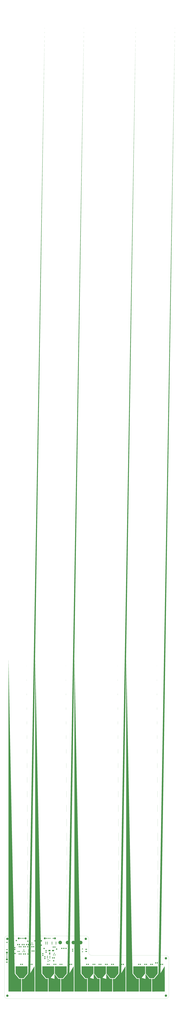
<source format=gbr>
%TF.GenerationSoftware,KiCad,Pcbnew,(6.0.7)*%
%TF.CreationDate,2023-07-12T13:06:10-04:00*%
%TF.ProjectId,Stylophone,5374796c-6f70-4686-9f6e-652e6b696361,rev?*%
%TF.SameCoordinates,Original*%
%TF.FileFunction,Soldermask,Top*%
%TF.FilePolarity,Negative*%
%FSLAX46Y46*%
G04 Gerber Fmt 4.6, Leading zero omitted, Abs format (unit mm)*
G04 Created by KiCad (PCBNEW (6.0.7)) date 2023-07-12 13:06:10*
%MOMM*%
%LPD*%
G01*
G04 APERTURE LIST*
G04 Aperture macros list*
%AMRoundRect*
0 Rectangle with rounded corners*
0 $1 Rounding radius*
0 $2 $3 $4 $5 $6 $7 $8 $9 X,Y pos of 4 corners*
0 Add a 4 corners polygon primitive as box body*
4,1,4,$2,$3,$4,$5,$6,$7,$8,$9,$2,$3,0*
0 Add four circle primitives for the rounded corners*
1,1,$1+$1,$2,$3*
1,1,$1+$1,$4,$5*
1,1,$1+$1,$6,$7*
1,1,$1+$1,$8,$9*
0 Add four rect primitives between the rounded corners*
20,1,$1+$1,$2,$3,$4,$5,0*
20,1,$1+$1,$4,$5,$6,$7,0*
20,1,$1+$1,$6,$7,$8,$9,0*
20,1,$1+$1,$8,$9,$2,$3,0*%
%AMFreePoly0*
4,1,45,2.512662,7.087767,2.516726,7.088432,2.520033,7.086467,2.530782,7.084572,2.549099,7.069202,2.569656,7.056991,7.069656,1.556992,7.084947,1.529730,7.084757,1.514405,7.090000,1.500000,7.090000,-7.000000,7.087939,-7.011690,7.088633,-7.015628,7.086634,-7.019091,7.084572,-7.030782,7.069543,-7.048693,7.057851,-7.068944,7.050220,-7.071722,7.045000,-7.077942,7.021973,-7.082003,
7.000000,-7.090000,-7.000000,-7.090000,-7.011690,-7.087939,-7.015628,-7.088633,-7.019091,-7.086634,-7.030782,-7.084572,-7.048693,-7.069543,-7.068944,-7.057851,-7.071722,-7.050220,-7.077942,-7.045000,-7.082003,-7.021973,-7.090000,-7.000000,-7.090000,1.500000,-7.084572,1.530782,-7.074719,1.542524,-7.069656,1.556991,-2.569656,7.056991,-2.559911,7.065376,-2.557851,7.068944,-2.554235,7.070260,
-2.545963,7.077378,-2.522471,7.081821,-2.500000,7.090000,2.500000,7.090000,2.512662,7.087767,2.512662,7.087767,$1*%
%AMFreePoly1*
4,1,58,7.511690,15.087939,7.515628,15.088633,7.519091,15.086634,7.530782,15.084572,7.548693,15.069543,7.568944,15.057851,7.571722,15.050220,7.577942,15.045000,7.582003,15.021973,7.590000,15.000000,7.590000,-15.000000,7.587939,-15.011690,7.588633,-15.015628,7.586634,-15.019091,7.584572,-15.030782,7.569543,-15.048693,7.557851,-15.068944,7.550220,-15.071722,7.545000,-15.077942,7.521973,-15.082003,
7.500000,-15.090000,-7.500000,-15.090000,-7.511690,-15.087939,-7.515628,-15.088633,-7.519091,-15.086634,-7.530782,-15.084572,-7.548693,-15.069543,-7.568944,-15.057851,-7.571722,-15.050220,-7.577942,-15.045000,-7.582003,-15.021973,-7.590000,-15.000000,-7.590000,0.000000,-7.587939,0.011690,-7.588633,0.015628,-7.586634,0.019091,-7.584572,0.030782,-7.569543,0.048693,-7.557851,0.068944,-7.550220,0.071722,
-7.545000,0.077942,-7.521973,0.082003,-7.500000,0.090000,-5.042154,0.090000,-0.090000,6.032585,-0.090000,15.000000,-0.087939,15.011690,-0.088633,15.015628,-0.086634,15.019091,-0.084572,15.030782,-0.069543,15.048693,-0.057851,15.068944,-0.050220,15.071722,-0.045000,15.077942,-0.021973,15.082003,0.000000,15.090000,7.500000,15.090000,7.511690,15.087939,7.511690,15.087939,$1*%
%AMFreePoly2*
4,1,59,0.015347,6.087033,0.020445,6.087647,0.042347,6.073353,0.065682,6.061530,0.067700,6.056807,0.072000,6.054000,4.545000,0.090000,7.000000,0.090000,7.011690,0.087939,7.015628,0.088633,7.019091,0.086634,7.030782,0.084572,7.048693,0.069543,7.068944,0.057851,7.071722,0.050220,7.077942,0.045000,7.082003,0.021973,7.090000,0.000000,7.090000,-15.000000,7.087939,-15.011690,
7.088633,-15.015628,7.086634,-15.019091,7.084572,-15.030782,7.069543,-15.048693,7.057851,-15.068944,7.050220,-15.071722,7.045000,-15.077942,7.021973,-15.082003,7.000000,-15.090000,-7.000000,-15.090000,-7.011690,-15.087939,-7.015628,-15.088633,-7.019091,-15.086634,-7.030782,-15.084572,-7.048693,-15.069543,-7.068944,-15.057851,-7.071722,-15.050220,-7.077942,-15.045000,-7.082003,-15.021973,-7.090000,-15.000000,
-7.090000,0.000000,-7.087939,0.011690,-7.088633,0.015628,-7.086634,0.019091,-7.084572,0.030782,-7.069543,0.048693,-7.057851,0.068944,-7.050220,0.071722,-7.045000,0.077942,-7.021973,0.082003,-7.000000,0.090000,-4.545000,0.090000,-0.072000,6.054000,-0.049188,6.075369,-0.044188,6.076535,-0.040677,6.080283,-0.014710,6.083411,0.010765,6.089354,0.015347,6.087033,0.015347,6.087033,
$1*%
%AMFreePoly3*
4,1,58,0.011690,15.087939,0.015628,15.088633,0.019091,15.086634,0.030782,15.084572,0.048693,15.069543,0.068944,15.057851,0.071722,15.050220,0.077942,15.045000,0.082003,15.021973,0.090000,15.000000,0.090000,6.032585,5.042153,0.090000,7.500000,0.090000,7.511690,0.087939,7.515628,0.088633,7.519091,0.086634,7.530782,0.084572,7.548693,0.069543,7.568944,0.057851,7.571722,0.050220,
7.577942,0.045000,7.582003,0.021973,7.590000,0.000000,7.590000,-15.000000,7.587939,-15.011690,7.588633,-15.015628,7.586634,-15.019091,7.584572,-15.030782,7.569543,-15.048693,7.557851,-15.068944,7.550220,-15.071722,7.545000,-15.077942,7.521973,-15.082003,7.500000,-15.090000,-7.500000,-15.090000,-7.511690,-15.087939,-7.515628,-15.088633,-7.519091,-15.086634,-7.530782,-15.084572,-7.548693,-15.069543,
-7.568944,-15.057851,-7.571722,-15.050220,-7.577942,-15.045000,-7.582003,-15.021973,-7.590000,-15.000000,-7.590000,15.000000,-7.587939,15.011690,-7.588633,15.015628,-7.586634,15.019091,-7.584572,15.030782,-7.569543,15.048693,-7.557851,15.068944,-7.550220,15.071722,-7.545000,15.077942,-7.521973,15.082003,-7.500000,15.090000,0.000000,15.090000,0.011690,15.087939,0.011690,15.087939,$1*%
%AMFreePoly4*
4,1,6,1.000000,0.000000,0.500000,-0.750000,-0.500000,-0.750000,-0.500000,0.750000,0.500000,0.750000,1.000000,0.000000,1.000000,0.000000,$1*%
%AMFreePoly5*
4,1,6,0.500000,-0.750000,-0.650000,-0.750000,-0.150000,0.000000,-0.650000,0.750000,0.500000,0.750000,0.500000,-0.750000,0.500000,-0.750000,$1*%
G04 Aperture macros list end*
%TA.AperFunction,Profile*%
%ADD10C,0.100000*%
%TD*%
%ADD11RoundRect,0.250000X0.750000X-0.250000X0.750000X0.250000X-0.750000X0.250000X-0.750000X-0.250000X0*%
%ADD12FreePoly0,180.000000*%
%ADD13FreePoly1,0.000000*%
%ADD14RoundRect,0.250000X0.450000X-0.350000X0.450000X0.350000X-0.450000X0.350000X-0.450000X-0.350000X0*%
%ADD15C,1.300000*%
%ADD16C,2.250000*%
%ADD17C,1.500000*%
%ADD18RoundRect,0.250000X0.350000X0.450000X-0.350000X0.450000X-0.350000X-0.450000X0.350000X-0.450000X0*%
%ADD19RoundRect,0.250000X-0.350000X-0.450000X0.350000X-0.450000X0.350000X0.450000X-0.350000X0.450000X0*%
%ADD20RoundRect,0.250000X-0.337500X-0.475000X0.337500X-0.475000X0.337500X0.475000X-0.337500X0.475000X0*%
%ADD21RoundRect,0.150000X0.150000X-0.587500X0.150000X0.587500X-0.150000X0.587500X-0.150000X-0.587500X0*%
%ADD22RoundRect,0.250000X0.250000X0.750000X-0.250000X0.750000X-0.250000X-0.750000X0.250000X-0.750000X0*%
%ADD23C,2.700000*%
%ADD24RoundRect,0.237500X-0.237500X0.300000X-0.237500X-0.300000X0.237500X-0.300000X0.237500X0.300000X0*%
%ADD25RoundRect,0.150000X-0.587500X-0.150000X0.587500X-0.150000X0.587500X0.150000X-0.587500X0.150000X0*%
%ADD26FreePoly2,0.000000*%
%ADD27C,4.260000*%
%ADD28R,2.350000X1.550000*%
%ADD29RoundRect,0.250000X-0.450000X0.350000X-0.450000X-0.350000X0.450000X-0.350000X0.450000X0.350000X0*%
%ADD30RoundRect,0.237500X0.300000X0.237500X-0.300000X0.237500X-0.300000X-0.237500X0.300000X-0.237500X0*%
%ADD31RoundRect,0.237500X-0.300000X-0.237500X0.300000X-0.237500X0.300000X0.237500X-0.300000X0.237500X0*%
%ADD32FreePoly3,0.000000*%
%ADD33R,1.500000X1.500000*%
%ADD34R,1.500000X1.050000*%
%ADD35O,1.500000X1.050000*%
%ADD36RoundRect,0.250000X-1.500000X-0.550000X1.500000X-0.550000X1.500000X0.550000X-1.500000X0.550000X0*%
%ADD37RoundRect,0.250000X0.337500X0.475000X-0.337500X0.475000X-0.337500X-0.475000X0.337500X-0.475000X0*%
%ADD38R,1.200000X0.900000*%
%ADD39RoundRect,0.250000X-0.750000X0.250000X-0.750000X-0.250000X0.750000X-0.250000X0.750000X0.250000X0*%
%ADD40RoundRect,0.237500X0.237500X-0.300000X0.237500X0.300000X-0.237500X0.300000X-0.237500X-0.300000X0*%
%ADD41FreePoly4,270.000000*%
%ADD42FreePoly5,270.000000*%
%ADD43RoundRect,0.070000X-0.530000X0.280000X-0.530000X-0.280000X0.530000X-0.280000X0.530000X0.280000X0*%
%ADD44RoundRect,0.076000X-0.524000X0.304000X-0.524000X-0.304000X0.524000X-0.304000X0.524000X0.304000X0*%
%ADD45RoundRect,0.080000X-0.520000X0.320000X-0.520000X-0.320000X0.520000X-0.320000X0.520000X0.320000X0*%
%ADD46O,1.700000X1.100000*%
G04 APERTURE END LIST*
D10*
X26000000Y-85500000D02*
X120000000Y-85500000D01*
X26000000Y-85500000D02*
G75*
G03*
X22500000Y-89000000I0J-3500000D01*
G01*
X216000000Y-160480000D02*
X26000000Y-160500000D01*
X216000000Y-108720000D02*
X127000000Y-108740000D01*
X216000000Y-160480000D02*
G75*
G03*
X219500000Y-156980000I0J3500000D01*
G01*
X123500000Y-105240000D02*
G75*
G03*
X127000000Y-108740000I3500000J0D01*
G01*
X22500000Y-157000000D02*
G75*
G03*
X26000000Y-160500000I3500000J0D01*
G01*
X123500000Y-89000000D02*
X123500000Y-105240000D01*
X219500000Y-112220000D02*
G75*
G03*
X216000000Y-108720000I-3500000J0D01*
G01*
X22500000Y-89000000D02*
X22500000Y-157000000D01*
X123500000Y-89000000D02*
G75*
G03*
X120000000Y-85500000I-3500000J0D01*
G01*
X219500000Y-156980000D02*
X219500000Y-112220000D01*
D11*
%TO.C,J25*%
X120500000Y-101500000D03*
%TD*%
D12*
%TO.C,J9*%
X75000000Y-129000000D03*
%TD*%
D13*
%TO.C,J12*%
X98000000Y-137000000D03*
%TD*%
D14*
%TO.C,RP1*%
X68500000Y-108750000D03*
X68500000Y-106750000D03*
%TD*%
D15*
%TO.C,SW2*%
X45750000Y-88396360D03*
X43750000Y-88396360D03*
X41750000Y-88396360D03*
D16*
X47850000Y-88396360D03*
X39650000Y-88396360D03*
%TD*%
D17*
%TO.C,TPOS2*%
X60000000Y-96500000D03*
%TD*%
D18*
%TO.C,RL2*%
X212000000Y-119500000D03*
X210000000Y-119500000D03*
%TD*%
%TO.C,RL3*%
X199845000Y-119500000D03*
X197845000Y-119500000D03*
%TD*%
D19*
%TO.C,RL1*%
X203750000Y-117750000D03*
X205750000Y-117750000D03*
%TD*%
D20*
%TO.C,CMX1*%
X55682500Y-103550000D03*
X57757500Y-103550000D03*
%TD*%
D19*
%TO.C,RL18*%
X62500000Y-119500000D03*
X64500000Y-119500000D03*
%TD*%
D21*
%TO.C,Q4*%
X54550000Y-95737500D03*
X56450000Y-95737500D03*
X55500000Y-93862500D03*
%TD*%
D18*
%TO.C,RL10*%
X138000000Y-119500000D03*
X136000000Y-119500000D03*
%TD*%
D13*
%TO.C,J20*%
X160000000Y-137000000D03*
%TD*%
D22*
%TO.C,J3*%
X33500000Y-88500000D03*
%TD*%
D21*
%TO.C,Q3*%
X81300000Y-108187500D03*
X83200000Y-108187500D03*
X82250000Y-106312500D03*
%TD*%
D23*
%TO.C,H3*%
X216000000Y-156980000D03*
%TD*%
D19*
%TO.C,RL12*%
X121095000Y-119500000D03*
X123095000Y-119500000D03*
%TD*%
D18*
%TO.C,RL5*%
X185250000Y-119500000D03*
X183250000Y-119500000D03*
%TD*%
D21*
%TO.C,Q5*%
X44800000Y-104237500D03*
X46700000Y-104237500D03*
X45750000Y-102362500D03*
%TD*%
D19*
%TO.C,RL14*%
X101000000Y-119500000D03*
X103000000Y-119500000D03*
%TD*%
D17*
%TO.C,TPCAP1*%
X66750000Y-96500000D03*
%TD*%
%TO.C,TPVO3*%
X100000000Y-103000000D03*
%TD*%
D12*
%TO.C,J21*%
X152000000Y-129000000D03*
%TD*%
%TO.C,J6*%
X43000000Y-129000000D03*
%TD*%
D24*
%TO.C,CA1*%
X77000000Y-109887500D03*
X77000000Y-111612500D03*
%TD*%
D13*
%TO.C,J7*%
X51000000Y-137000000D03*
%TD*%
D18*
%TO.C,RL4*%
X192750000Y-119500000D03*
X190750000Y-119500000D03*
%TD*%
D14*
%TO.C,RD1*%
X72437500Y-105000000D03*
X72437500Y-103000000D03*
%TD*%
D23*
%TO.C,H2*%
X26000000Y-157000000D03*
%TD*%
D19*
%TO.C,RE3*%
X50750000Y-107050000D03*
X52750000Y-107050000D03*
%TD*%
D25*
%TO.C,Q2*%
X74812500Y-114050000D03*
X74812500Y-115950000D03*
X76687500Y-115000000D03*
%TD*%
D11*
%TO.C,J26*%
X120500000Y-104000000D03*
%TD*%
D18*
%TO.C,RB4*%
X42250000Y-107050000D03*
X40250000Y-107050000D03*
%TD*%
D26*
%TO.C,J17*%
X191500000Y-136990000D03*
%TD*%
D18*
%TO.C,RB3*%
X47500000Y-107050000D03*
X45500000Y-107050000D03*
%TD*%
D24*
%TO.C,CA2*%
X74000000Y-109887500D03*
X74000000Y-111612500D03*
%TD*%
D18*
%TO.C,ROS1*%
X42300000Y-98330000D03*
X40300000Y-98330000D03*
%TD*%
D17*
%TO.C,VR1*%
X91250000Y-100375000D03*
X93750000Y-100375000D03*
X96250000Y-100375000D03*
D27*
X89350000Y-93375000D03*
X98150000Y-93375000D03*
%TD*%
D28*
%TO.C,DAT1*%
X80750000Y-103000000D03*
X76450000Y-103000000D03*
%TD*%
D24*
%TO.C,CMB1*%
X79500000Y-93137500D03*
X79500000Y-94862500D03*
%TD*%
D26*
%TO.C,J24*%
X129500000Y-137000000D03*
%TD*%
%TO.C,J22*%
X144500000Y-137000000D03*
%TD*%
D18*
%TO.C,RL6*%
X173500000Y-119500000D03*
X171500000Y-119500000D03*
%TD*%
D29*
%TO.C,R1*%
X32750000Y-99500000D03*
X32750000Y-101500000D03*
%TD*%
D18*
%TO.C,RL8*%
X153095000Y-119500000D03*
X151095000Y-119500000D03*
%TD*%
D12*
%TO.C,J16*%
X199000000Y-129000000D03*
%TD*%
D20*
%TO.C,COS1*%
X38490693Y-95799856D03*
X40565693Y-95799856D03*
%TD*%
D23*
%TO.C,H4*%
X216000000Y-112220000D03*
%TD*%
D17*
%TO.C,TPVO1*%
X85000000Y-101250000D03*
%TD*%
D30*
%TO.C,CC1*%
X32612500Y-110500000D03*
X30887500Y-110500000D03*
%TD*%
D26*
%TO.C,J10*%
X82500000Y-137000000D03*
%TD*%
D17*
%TO.C,TPVO2*%
X81500000Y-115250000D03*
%TD*%
D31*
%TO.C,COS5*%
X38665693Y-104050000D03*
X40390693Y-104050000D03*
%TD*%
D19*
%TO.C,RL15*%
X89250000Y-119500000D03*
X91250000Y-119500000D03*
%TD*%
D32*
%TO.C,J19*%
X176000000Y-137000000D03*
%TD*%
D12*
%TO.C,J14*%
X122000000Y-129000000D03*
%TD*%
D23*
%TO.C,H6*%
X120000000Y-89000000D03*
%TD*%
D15*
%TO.C,SW1*%
X25500000Y-107500000D03*
X25500000Y-109500000D03*
X25500000Y-111500000D03*
D16*
X25500000Y-105400000D03*
X25500000Y-113600000D03*
%TD*%
D19*
%TO.C,RMX1*%
X60500000Y-103550000D03*
X62500000Y-103550000D03*
%TD*%
D33*
%TO.C,VR2*%
X107000000Y-100375000D03*
D17*
X109500000Y-100375000D03*
X112000000Y-100375000D03*
D27*
X105100000Y-93375000D03*
X113900000Y-93375000D03*
%TD*%
D19*
%TO.C,RL17*%
X74000000Y-119500000D03*
X76000000Y-119500000D03*
%TD*%
D34*
%TO.C,Q1*%
X64570000Y-109520000D03*
D35*
X64570000Y-108250000D03*
X64570000Y-106980000D03*
%TD*%
D19*
%TO.C,RL19*%
X53500000Y-119500000D03*
X55500000Y-119500000D03*
%TD*%
D17*
%TO.C,TPOS1*%
X36750000Y-91000000D03*
%TD*%
D13*
%TO.C,J15*%
X207000000Y-137000000D03*
%TD*%
D18*
%TO.C,ROS2*%
X47380000Y-98330000D03*
X45380000Y-98330000D03*
%TD*%
D36*
%TO.C,COS4*%
X60300000Y-91300000D03*
X65700000Y-91300000D03*
%TD*%
D15*
%TO.C,SW3*%
X81000000Y-88396360D03*
X77000000Y-88396360D03*
X75000000Y-88396360D03*
X73000000Y-88396360D03*
D16*
X83100000Y-88396360D03*
X70900000Y-88396360D03*
%TD*%
D37*
%TO.C,CC2*%
X32787500Y-112750000D03*
X30712500Y-112750000D03*
%TD*%
D14*
%TO.C,RFD1*%
X104250000Y-103500000D03*
X104250000Y-101500000D03*
%TD*%
D38*
%TO.C,DFB1*%
X116000000Y-101100000D03*
X116000000Y-104400000D03*
%TD*%
D32*
%TO.C,J13*%
X114000000Y-137000000D03*
%TD*%
D20*
%TO.C,COS3*%
X48962500Y-95790000D03*
X51037500Y-95790000D03*
%TD*%
D18*
%TO.C,RB2*%
X52460000Y-98330000D03*
X50460000Y-98330000D03*
%TD*%
D14*
%TO.C,RC2*%
X51750000Y-104550000D03*
X51750000Y-102550000D03*
%TD*%
D19*
%TO.C,RL16*%
X82000000Y-119500000D03*
X84000000Y-119500000D03*
%TD*%
D32*
%TO.C,J5*%
X35000000Y-137000000D03*
%TD*%
D24*
%TO.C,CLB2*%
X74000000Y-93137500D03*
X74000000Y-94862500D03*
%TD*%
D12*
%TO.C,J23*%
X137000000Y-129000000D03*
%TD*%
D39*
%TO.C,J4*%
X25400000Y-116840000D03*
%TD*%
D18*
%TO.C,RB1*%
X57500000Y-98330000D03*
X55500000Y-98330000D03*
%TD*%
D20*
%TO.C,COS2*%
X43882500Y-95790000D03*
X45957500Y-95790000D03*
%TD*%
D18*
%TO.C,RI2*%
X82250000Y-111750000D03*
X80250000Y-111750000D03*
%TD*%
D19*
%TO.C,RL21*%
X30000000Y-119500000D03*
X32000000Y-119500000D03*
%TD*%
D17*
%TO.C,TPVCC1*%
X35250000Y-106500000D03*
%TD*%
D19*
%TO.C,RP2*%
X81000000Y-98750000D03*
X83000000Y-98750000D03*
%TD*%
D38*
%TO.C,D1*%
X31000000Y-107400000D03*
X31000000Y-104100000D03*
%TD*%
D18*
%TO.C,RL7*%
X165000000Y-119500000D03*
X163000000Y-119500000D03*
%TD*%
D24*
%TO.C,CHB1*%
X84250000Y-93137500D03*
X84250000Y-94862500D03*
%TD*%
D23*
%TO.C,H5*%
X120000000Y-112240000D03*
%TD*%
D17*
%TO.C,TPMX1*%
X70000000Y-100500000D03*
%TD*%
D12*
%TO.C,J18*%
X184000000Y-129000000D03*
%TD*%
D40*
%TO.C,CLB1*%
X72000000Y-94862500D03*
X72000000Y-93137500D03*
%TD*%
D19*
%TO.C,RE2*%
X62250000Y-98300000D03*
X64250000Y-98300000D03*
%TD*%
%TO.C,RC1*%
X50460000Y-91750000D03*
X52460000Y-91750000D03*
%TD*%
D18*
%TO.C,RL9*%
X145595000Y-119500000D03*
X143595000Y-119500000D03*
%TD*%
D22*
%TO.C,J2*%
X31730000Y-88500000D03*
%TD*%
D23*
%TO.C,H1*%
X26000000Y-89000000D03*
%TD*%
D41*
%TO.C,JP1*%
X76750000Y-105775000D03*
D42*
X76750000Y-107225000D03*
%TD*%
D43*
%TO.C,J1*%
X29480000Y-97000000D03*
D44*
X29480000Y-99020000D03*
D45*
X29480000Y-100250000D03*
D43*
X29480000Y-98000000D03*
D44*
X29480000Y-95980000D03*
D45*
X29480000Y-94750000D03*
D46*
X25600000Y-93180000D03*
X29400000Y-101820000D03*
X25600000Y-101820000D03*
X29400000Y-93180000D03*
%TD*%
D12*
%TO.C,J11*%
X90000000Y-129000000D03*
%TD*%
D18*
%TO.C,RL11*%
X130750000Y-119500000D03*
X128750000Y-119500000D03*
%TD*%
D19*
%TO.C,RL13*%
X109500000Y-119500000D03*
X111500000Y-119500000D03*
%TD*%
D29*
%TO.C,R2*%
X35000000Y-99500000D03*
X35000000Y-101500000D03*
%TD*%
%TO.C,RI1*%
X71000000Y-110500000D03*
X71000000Y-112500000D03*
%TD*%
D19*
%TO.C,RL20*%
X42000000Y-119500000D03*
X44000000Y-119500000D03*
%TD*%
D32*
%TO.C,J8*%
X67000000Y-137000000D03*
%TD*%
M02*

</source>
